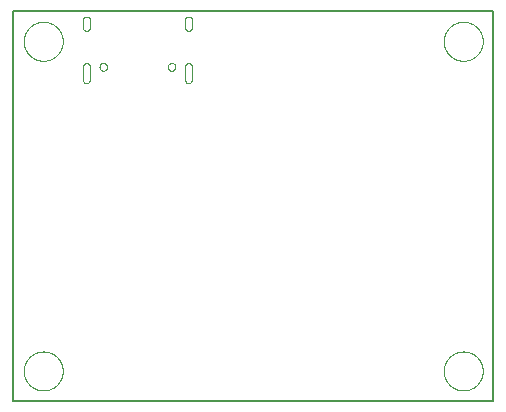
<source format=gko>
G75*
%MOIN*%
%OFA0B0*%
%FSLAX25Y25*%
%IPPOS*%
%LPD*%
%AMOC8*
5,1,8,0,0,1.08239X$1,22.5*
%
%ADD10C,0.00800*%
%ADD11C,0.00000*%
%ADD12C,0.00039*%
D10*
X0153333Y0075000D02*
X0313333Y0075000D01*
X0313333Y0204900D01*
X0153333Y0204900D01*
X0153333Y0075000D01*
D11*
X0156833Y0085000D02*
X0156835Y0085161D01*
X0156841Y0085321D01*
X0156851Y0085482D01*
X0156865Y0085642D01*
X0156883Y0085802D01*
X0156904Y0085961D01*
X0156930Y0086120D01*
X0156960Y0086278D01*
X0156993Y0086435D01*
X0157031Y0086592D01*
X0157072Y0086747D01*
X0157117Y0086901D01*
X0157166Y0087054D01*
X0157219Y0087206D01*
X0157275Y0087357D01*
X0157336Y0087506D01*
X0157399Y0087654D01*
X0157467Y0087800D01*
X0157538Y0087944D01*
X0157612Y0088086D01*
X0157690Y0088227D01*
X0157772Y0088365D01*
X0157857Y0088502D01*
X0157945Y0088636D01*
X0158037Y0088768D01*
X0158132Y0088898D01*
X0158230Y0089026D01*
X0158331Y0089151D01*
X0158435Y0089273D01*
X0158542Y0089393D01*
X0158652Y0089510D01*
X0158765Y0089625D01*
X0158881Y0089736D01*
X0159000Y0089845D01*
X0159121Y0089950D01*
X0159245Y0090053D01*
X0159371Y0090153D01*
X0159499Y0090249D01*
X0159630Y0090342D01*
X0159764Y0090432D01*
X0159899Y0090519D01*
X0160037Y0090602D01*
X0160176Y0090682D01*
X0160318Y0090758D01*
X0160461Y0090831D01*
X0160606Y0090900D01*
X0160753Y0090966D01*
X0160901Y0091028D01*
X0161051Y0091086D01*
X0161202Y0091141D01*
X0161355Y0091192D01*
X0161509Y0091239D01*
X0161664Y0091282D01*
X0161820Y0091321D01*
X0161976Y0091357D01*
X0162134Y0091388D01*
X0162292Y0091416D01*
X0162451Y0091440D01*
X0162611Y0091460D01*
X0162771Y0091476D01*
X0162931Y0091488D01*
X0163092Y0091496D01*
X0163253Y0091500D01*
X0163413Y0091500D01*
X0163574Y0091496D01*
X0163735Y0091488D01*
X0163895Y0091476D01*
X0164055Y0091460D01*
X0164215Y0091440D01*
X0164374Y0091416D01*
X0164532Y0091388D01*
X0164690Y0091357D01*
X0164846Y0091321D01*
X0165002Y0091282D01*
X0165157Y0091239D01*
X0165311Y0091192D01*
X0165464Y0091141D01*
X0165615Y0091086D01*
X0165765Y0091028D01*
X0165913Y0090966D01*
X0166060Y0090900D01*
X0166205Y0090831D01*
X0166348Y0090758D01*
X0166490Y0090682D01*
X0166629Y0090602D01*
X0166767Y0090519D01*
X0166902Y0090432D01*
X0167036Y0090342D01*
X0167167Y0090249D01*
X0167295Y0090153D01*
X0167421Y0090053D01*
X0167545Y0089950D01*
X0167666Y0089845D01*
X0167785Y0089736D01*
X0167901Y0089625D01*
X0168014Y0089510D01*
X0168124Y0089393D01*
X0168231Y0089273D01*
X0168335Y0089151D01*
X0168436Y0089026D01*
X0168534Y0088898D01*
X0168629Y0088768D01*
X0168721Y0088636D01*
X0168809Y0088502D01*
X0168894Y0088365D01*
X0168976Y0088227D01*
X0169054Y0088086D01*
X0169128Y0087944D01*
X0169199Y0087800D01*
X0169267Y0087654D01*
X0169330Y0087506D01*
X0169391Y0087357D01*
X0169447Y0087206D01*
X0169500Y0087054D01*
X0169549Y0086901D01*
X0169594Y0086747D01*
X0169635Y0086592D01*
X0169673Y0086435D01*
X0169706Y0086278D01*
X0169736Y0086120D01*
X0169762Y0085961D01*
X0169783Y0085802D01*
X0169801Y0085642D01*
X0169815Y0085482D01*
X0169825Y0085321D01*
X0169831Y0085161D01*
X0169833Y0085000D01*
X0169831Y0084839D01*
X0169825Y0084679D01*
X0169815Y0084518D01*
X0169801Y0084358D01*
X0169783Y0084198D01*
X0169762Y0084039D01*
X0169736Y0083880D01*
X0169706Y0083722D01*
X0169673Y0083565D01*
X0169635Y0083408D01*
X0169594Y0083253D01*
X0169549Y0083099D01*
X0169500Y0082946D01*
X0169447Y0082794D01*
X0169391Y0082643D01*
X0169330Y0082494D01*
X0169267Y0082346D01*
X0169199Y0082200D01*
X0169128Y0082056D01*
X0169054Y0081914D01*
X0168976Y0081773D01*
X0168894Y0081635D01*
X0168809Y0081498D01*
X0168721Y0081364D01*
X0168629Y0081232D01*
X0168534Y0081102D01*
X0168436Y0080974D01*
X0168335Y0080849D01*
X0168231Y0080727D01*
X0168124Y0080607D01*
X0168014Y0080490D01*
X0167901Y0080375D01*
X0167785Y0080264D01*
X0167666Y0080155D01*
X0167545Y0080050D01*
X0167421Y0079947D01*
X0167295Y0079847D01*
X0167167Y0079751D01*
X0167036Y0079658D01*
X0166902Y0079568D01*
X0166767Y0079481D01*
X0166629Y0079398D01*
X0166490Y0079318D01*
X0166348Y0079242D01*
X0166205Y0079169D01*
X0166060Y0079100D01*
X0165913Y0079034D01*
X0165765Y0078972D01*
X0165615Y0078914D01*
X0165464Y0078859D01*
X0165311Y0078808D01*
X0165157Y0078761D01*
X0165002Y0078718D01*
X0164846Y0078679D01*
X0164690Y0078643D01*
X0164532Y0078612D01*
X0164374Y0078584D01*
X0164215Y0078560D01*
X0164055Y0078540D01*
X0163895Y0078524D01*
X0163735Y0078512D01*
X0163574Y0078504D01*
X0163413Y0078500D01*
X0163253Y0078500D01*
X0163092Y0078504D01*
X0162931Y0078512D01*
X0162771Y0078524D01*
X0162611Y0078540D01*
X0162451Y0078560D01*
X0162292Y0078584D01*
X0162134Y0078612D01*
X0161976Y0078643D01*
X0161820Y0078679D01*
X0161664Y0078718D01*
X0161509Y0078761D01*
X0161355Y0078808D01*
X0161202Y0078859D01*
X0161051Y0078914D01*
X0160901Y0078972D01*
X0160753Y0079034D01*
X0160606Y0079100D01*
X0160461Y0079169D01*
X0160318Y0079242D01*
X0160176Y0079318D01*
X0160037Y0079398D01*
X0159899Y0079481D01*
X0159764Y0079568D01*
X0159630Y0079658D01*
X0159499Y0079751D01*
X0159371Y0079847D01*
X0159245Y0079947D01*
X0159121Y0080050D01*
X0159000Y0080155D01*
X0158881Y0080264D01*
X0158765Y0080375D01*
X0158652Y0080490D01*
X0158542Y0080607D01*
X0158435Y0080727D01*
X0158331Y0080849D01*
X0158230Y0080974D01*
X0158132Y0081102D01*
X0158037Y0081232D01*
X0157945Y0081364D01*
X0157857Y0081498D01*
X0157772Y0081635D01*
X0157690Y0081773D01*
X0157612Y0081914D01*
X0157538Y0082056D01*
X0157467Y0082200D01*
X0157399Y0082346D01*
X0157336Y0082494D01*
X0157275Y0082643D01*
X0157219Y0082794D01*
X0157166Y0082946D01*
X0157117Y0083099D01*
X0157072Y0083253D01*
X0157031Y0083408D01*
X0156993Y0083565D01*
X0156960Y0083722D01*
X0156930Y0083880D01*
X0156904Y0084039D01*
X0156883Y0084198D01*
X0156865Y0084358D01*
X0156851Y0084518D01*
X0156841Y0084679D01*
X0156835Y0084839D01*
X0156833Y0085000D01*
X0296833Y0085000D02*
X0296835Y0085161D01*
X0296841Y0085321D01*
X0296851Y0085482D01*
X0296865Y0085642D01*
X0296883Y0085802D01*
X0296904Y0085961D01*
X0296930Y0086120D01*
X0296960Y0086278D01*
X0296993Y0086435D01*
X0297031Y0086592D01*
X0297072Y0086747D01*
X0297117Y0086901D01*
X0297166Y0087054D01*
X0297219Y0087206D01*
X0297275Y0087357D01*
X0297336Y0087506D01*
X0297399Y0087654D01*
X0297467Y0087800D01*
X0297538Y0087944D01*
X0297612Y0088086D01*
X0297690Y0088227D01*
X0297772Y0088365D01*
X0297857Y0088502D01*
X0297945Y0088636D01*
X0298037Y0088768D01*
X0298132Y0088898D01*
X0298230Y0089026D01*
X0298331Y0089151D01*
X0298435Y0089273D01*
X0298542Y0089393D01*
X0298652Y0089510D01*
X0298765Y0089625D01*
X0298881Y0089736D01*
X0299000Y0089845D01*
X0299121Y0089950D01*
X0299245Y0090053D01*
X0299371Y0090153D01*
X0299499Y0090249D01*
X0299630Y0090342D01*
X0299764Y0090432D01*
X0299899Y0090519D01*
X0300037Y0090602D01*
X0300176Y0090682D01*
X0300318Y0090758D01*
X0300461Y0090831D01*
X0300606Y0090900D01*
X0300753Y0090966D01*
X0300901Y0091028D01*
X0301051Y0091086D01*
X0301202Y0091141D01*
X0301355Y0091192D01*
X0301509Y0091239D01*
X0301664Y0091282D01*
X0301820Y0091321D01*
X0301976Y0091357D01*
X0302134Y0091388D01*
X0302292Y0091416D01*
X0302451Y0091440D01*
X0302611Y0091460D01*
X0302771Y0091476D01*
X0302931Y0091488D01*
X0303092Y0091496D01*
X0303253Y0091500D01*
X0303413Y0091500D01*
X0303574Y0091496D01*
X0303735Y0091488D01*
X0303895Y0091476D01*
X0304055Y0091460D01*
X0304215Y0091440D01*
X0304374Y0091416D01*
X0304532Y0091388D01*
X0304690Y0091357D01*
X0304846Y0091321D01*
X0305002Y0091282D01*
X0305157Y0091239D01*
X0305311Y0091192D01*
X0305464Y0091141D01*
X0305615Y0091086D01*
X0305765Y0091028D01*
X0305913Y0090966D01*
X0306060Y0090900D01*
X0306205Y0090831D01*
X0306348Y0090758D01*
X0306490Y0090682D01*
X0306629Y0090602D01*
X0306767Y0090519D01*
X0306902Y0090432D01*
X0307036Y0090342D01*
X0307167Y0090249D01*
X0307295Y0090153D01*
X0307421Y0090053D01*
X0307545Y0089950D01*
X0307666Y0089845D01*
X0307785Y0089736D01*
X0307901Y0089625D01*
X0308014Y0089510D01*
X0308124Y0089393D01*
X0308231Y0089273D01*
X0308335Y0089151D01*
X0308436Y0089026D01*
X0308534Y0088898D01*
X0308629Y0088768D01*
X0308721Y0088636D01*
X0308809Y0088502D01*
X0308894Y0088365D01*
X0308976Y0088227D01*
X0309054Y0088086D01*
X0309128Y0087944D01*
X0309199Y0087800D01*
X0309267Y0087654D01*
X0309330Y0087506D01*
X0309391Y0087357D01*
X0309447Y0087206D01*
X0309500Y0087054D01*
X0309549Y0086901D01*
X0309594Y0086747D01*
X0309635Y0086592D01*
X0309673Y0086435D01*
X0309706Y0086278D01*
X0309736Y0086120D01*
X0309762Y0085961D01*
X0309783Y0085802D01*
X0309801Y0085642D01*
X0309815Y0085482D01*
X0309825Y0085321D01*
X0309831Y0085161D01*
X0309833Y0085000D01*
X0309831Y0084839D01*
X0309825Y0084679D01*
X0309815Y0084518D01*
X0309801Y0084358D01*
X0309783Y0084198D01*
X0309762Y0084039D01*
X0309736Y0083880D01*
X0309706Y0083722D01*
X0309673Y0083565D01*
X0309635Y0083408D01*
X0309594Y0083253D01*
X0309549Y0083099D01*
X0309500Y0082946D01*
X0309447Y0082794D01*
X0309391Y0082643D01*
X0309330Y0082494D01*
X0309267Y0082346D01*
X0309199Y0082200D01*
X0309128Y0082056D01*
X0309054Y0081914D01*
X0308976Y0081773D01*
X0308894Y0081635D01*
X0308809Y0081498D01*
X0308721Y0081364D01*
X0308629Y0081232D01*
X0308534Y0081102D01*
X0308436Y0080974D01*
X0308335Y0080849D01*
X0308231Y0080727D01*
X0308124Y0080607D01*
X0308014Y0080490D01*
X0307901Y0080375D01*
X0307785Y0080264D01*
X0307666Y0080155D01*
X0307545Y0080050D01*
X0307421Y0079947D01*
X0307295Y0079847D01*
X0307167Y0079751D01*
X0307036Y0079658D01*
X0306902Y0079568D01*
X0306767Y0079481D01*
X0306629Y0079398D01*
X0306490Y0079318D01*
X0306348Y0079242D01*
X0306205Y0079169D01*
X0306060Y0079100D01*
X0305913Y0079034D01*
X0305765Y0078972D01*
X0305615Y0078914D01*
X0305464Y0078859D01*
X0305311Y0078808D01*
X0305157Y0078761D01*
X0305002Y0078718D01*
X0304846Y0078679D01*
X0304690Y0078643D01*
X0304532Y0078612D01*
X0304374Y0078584D01*
X0304215Y0078560D01*
X0304055Y0078540D01*
X0303895Y0078524D01*
X0303735Y0078512D01*
X0303574Y0078504D01*
X0303413Y0078500D01*
X0303253Y0078500D01*
X0303092Y0078504D01*
X0302931Y0078512D01*
X0302771Y0078524D01*
X0302611Y0078540D01*
X0302451Y0078560D01*
X0302292Y0078584D01*
X0302134Y0078612D01*
X0301976Y0078643D01*
X0301820Y0078679D01*
X0301664Y0078718D01*
X0301509Y0078761D01*
X0301355Y0078808D01*
X0301202Y0078859D01*
X0301051Y0078914D01*
X0300901Y0078972D01*
X0300753Y0079034D01*
X0300606Y0079100D01*
X0300461Y0079169D01*
X0300318Y0079242D01*
X0300176Y0079318D01*
X0300037Y0079398D01*
X0299899Y0079481D01*
X0299764Y0079568D01*
X0299630Y0079658D01*
X0299499Y0079751D01*
X0299371Y0079847D01*
X0299245Y0079947D01*
X0299121Y0080050D01*
X0299000Y0080155D01*
X0298881Y0080264D01*
X0298765Y0080375D01*
X0298652Y0080490D01*
X0298542Y0080607D01*
X0298435Y0080727D01*
X0298331Y0080849D01*
X0298230Y0080974D01*
X0298132Y0081102D01*
X0298037Y0081232D01*
X0297945Y0081364D01*
X0297857Y0081498D01*
X0297772Y0081635D01*
X0297690Y0081773D01*
X0297612Y0081914D01*
X0297538Y0082056D01*
X0297467Y0082200D01*
X0297399Y0082346D01*
X0297336Y0082494D01*
X0297275Y0082643D01*
X0297219Y0082794D01*
X0297166Y0082946D01*
X0297117Y0083099D01*
X0297072Y0083253D01*
X0297031Y0083408D01*
X0296993Y0083565D01*
X0296960Y0083722D01*
X0296930Y0083880D01*
X0296904Y0084039D01*
X0296883Y0084198D01*
X0296865Y0084358D01*
X0296851Y0084518D01*
X0296841Y0084679D01*
X0296835Y0084839D01*
X0296833Y0085000D01*
X0204831Y0186389D02*
X0204833Y0186460D01*
X0204839Y0186531D01*
X0204849Y0186602D01*
X0204863Y0186671D01*
X0204880Y0186740D01*
X0204902Y0186808D01*
X0204927Y0186875D01*
X0204956Y0186940D01*
X0204988Y0187003D01*
X0205024Y0187065D01*
X0205063Y0187124D01*
X0205106Y0187181D01*
X0205151Y0187236D01*
X0205200Y0187288D01*
X0205251Y0187337D01*
X0205305Y0187383D01*
X0205362Y0187427D01*
X0205420Y0187467D01*
X0205481Y0187503D01*
X0205544Y0187537D01*
X0205609Y0187566D01*
X0205675Y0187592D01*
X0205743Y0187615D01*
X0205811Y0187633D01*
X0205881Y0187648D01*
X0205951Y0187659D01*
X0206022Y0187666D01*
X0206093Y0187669D01*
X0206164Y0187668D01*
X0206235Y0187663D01*
X0206306Y0187654D01*
X0206376Y0187641D01*
X0206445Y0187625D01*
X0206513Y0187604D01*
X0206580Y0187580D01*
X0206646Y0187552D01*
X0206709Y0187520D01*
X0206771Y0187485D01*
X0206831Y0187447D01*
X0206889Y0187405D01*
X0206944Y0187361D01*
X0206997Y0187313D01*
X0207047Y0187262D01*
X0207094Y0187209D01*
X0207138Y0187153D01*
X0207179Y0187095D01*
X0207217Y0187034D01*
X0207251Y0186972D01*
X0207281Y0186907D01*
X0207308Y0186842D01*
X0207332Y0186774D01*
X0207351Y0186706D01*
X0207367Y0186637D01*
X0207379Y0186566D01*
X0207387Y0186496D01*
X0207391Y0186425D01*
X0207391Y0186353D01*
X0207387Y0186282D01*
X0207379Y0186212D01*
X0207367Y0186141D01*
X0207351Y0186072D01*
X0207332Y0186004D01*
X0207308Y0185936D01*
X0207281Y0185871D01*
X0207251Y0185806D01*
X0207217Y0185744D01*
X0207179Y0185683D01*
X0207138Y0185625D01*
X0207094Y0185569D01*
X0207047Y0185516D01*
X0206997Y0185465D01*
X0206944Y0185417D01*
X0206889Y0185373D01*
X0206831Y0185331D01*
X0206771Y0185293D01*
X0206709Y0185258D01*
X0206646Y0185226D01*
X0206580Y0185198D01*
X0206513Y0185174D01*
X0206445Y0185153D01*
X0206376Y0185137D01*
X0206306Y0185124D01*
X0206235Y0185115D01*
X0206164Y0185110D01*
X0206093Y0185109D01*
X0206022Y0185112D01*
X0205951Y0185119D01*
X0205881Y0185130D01*
X0205811Y0185145D01*
X0205743Y0185163D01*
X0205675Y0185186D01*
X0205609Y0185212D01*
X0205544Y0185241D01*
X0205481Y0185275D01*
X0205420Y0185311D01*
X0205362Y0185351D01*
X0205305Y0185395D01*
X0205251Y0185441D01*
X0205200Y0185490D01*
X0205151Y0185542D01*
X0205106Y0185597D01*
X0205063Y0185654D01*
X0205024Y0185713D01*
X0204988Y0185775D01*
X0204956Y0185838D01*
X0204927Y0185903D01*
X0204902Y0185970D01*
X0204880Y0186038D01*
X0204863Y0186107D01*
X0204849Y0186176D01*
X0204839Y0186247D01*
X0204833Y0186318D01*
X0204831Y0186389D01*
X0182075Y0186389D02*
X0182077Y0186460D01*
X0182083Y0186531D01*
X0182093Y0186602D01*
X0182107Y0186671D01*
X0182124Y0186740D01*
X0182146Y0186808D01*
X0182171Y0186875D01*
X0182200Y0186940D01*
X0182232Y0187003D01*
X0182268Y0187065D01*
X0182307Y0187124D01*
X0182350Y0187181D01*
X0182395Y0187236D01*
X0182444Y0187288D01*
X0182495Y0187337D01*
X0182549Y0187383D01*
X0182606Y0187427D01*
X0182664Y0187467D01*
X0182725Y0187503D01*
X0182788Y0187537D01*
X0182853Y0187566D01*
X0182919Y0187592D01*
X0182987Y0187615D01*
X0183055Y0187633D01*
X0183125Y0187648D01*
X0183195Y0187659D01*
X0183266Y0187666D01*
X0183337Y0187669D01*
X0183408Y0187668D01*
X0183479Y0187663D01*
X0183550Y0187654D01*
X0183620Y0187641D01*
X0183689Y0187625D01*
X0183757Y0187604D01*
X0183824Y0187580D01*
X0183890Y0187552D01*
X0183953Y0187520D01*
X0184015Y0187485D01*
X0184075Y0187447D01*
X0184133Y0187405D01*
X0184188Y0187361D01*
X0184241Y0187313D01*
X0184291Y0187262D01*
X0184338Y0187209D01*
X0184382Y0187153D01*
X0184423Y0187095D01*
X0184461Y0187034D01*
X0184495Y0186972D01*
X0184525Y0186907D01*
X0184552Y0186842D01*
X0184576Y0186774D01*
X0184595Y0186706D01*
X0184611Y0186637D01*
X0184623Y0186566D01*
X0184631Y0186496D01*
X0184635Y0186425D01*
X0184635Y0186353D01*
X0184631Y0186282D01*
X0184623Y0186212D01*
X0184611Y0186141D01*
X0184595Y0186072D01*
X0184576Y0186004D01*
X0184552Y0185936D01*
X0184525Y0185871D01*
X0184495Y0185806D01*
X0184461Y0185744D01*
X0184423Y0185683D01*
X0184382Y0185625D01*
X0184338Y0185569D01*
X0184291Y0185516D01*
X0184241Y0185465D01*
X0184188Y0185417D01*
X0184133Y0185373D01*
X0184075Y0185331D01*
X0184015Y0185293D01*
X0183953Y0185258D01*
X0183890Y0185226D01*
X0183824Y0185198D01*
X0183757Y0185174D01*
X0183689Y0185153D01*
X0183620Y0185137D01*
X0183550Y0185124D01*
X0183479Y0185115D01*
X0183408Y0185110D01*
X0183337Y0185109D01*
X0183266Y0185112D01*
X0183195Y0185119D01*
X0183125Y0185130D01*
X0183055Y0185145D01*
X0182987Y0185163D01*
X0182919Y0185186D01*
X0182853Y0185212D01*
X0182788Y0185241D01*
X0182725Y0185275D01*
X0182664Y0185311D01*
X0182606Y0185351D01*
X0182549Y0185395D01*
X0182495Y0185441D01*
X0182444Y0185490D01*
X0182395Y0185542D01*
X0182350Y0185597D01*
X0182307Y0185654D01*
X0182268Y0185713D01*
X0182232Y0185775D01*
X0182200Y0185838D01*
X0182171Y0185903D01*
X0182146Y0185970D01*
X0182124Y0186038D01*
X0182107Y0186107D01*
X0182093Y0186176D01*
X0182083Y0186247D01*
X0182077Y0186318D01*
X0182075Y0186389D01*
X0156833Y0194900D02*
X0156835Y0195061D01*
X0156841Y0195221D01*
X0156851Y0195382D01*
X0156865Y0195542D01*
X0156883Y0195702D01*
X0156904Y0195861D01*
X0156930Y0196020D01*
X0156960Y0196178D01*
X0156993Y0196335D01*
X0157031Y0196492D01*
X0157072Y0196647D01*
X0157117Y0196801D01*
X0157166Y0196954D01*
X0157219Y0197106D01*
X0157275Y0197257D01*
X0157336Y0197406D01*
X0157399Y0197554D01*
X0157467Y0197700D01*
X0157538Y0197844D01*
X0157612Y0197986D01*
X0157690Y0198127D01*
X0157772Y0198265D01*
X0157857Y0198402D01*
X0157945Y0198536D01*
X0158037Y0198668D01*
X0158132Y0198798D01*
X0158230Y0198926D01*
X0158331Y0199051D01*
X0158435Y0199173D01*
X0158542Y0199293D01*
X0158652Y0199410D01*
X0158765Y0199525D01*
X0158881Y0199636D01*
X0159000Y0199745D01*
X0159121Y0199850D01*
X0159245Y0199953D01*
X0159371Y0200053D01*
X0159499Y0200149D01*
X0159630Y0200242D01*
X0159764Y0200332D01*
X0159899Y0200419D01*
X0160037Y0200502D01*
X0160176Y0200582D01*
X0160318Y0200658D01*
X0160461Y0200731D01*
X0160606Y0200800D01*
X0160753Y0200866D01*
X0160901Y0200928D01*
X0161051Y0200986D01*
X0161202Y0201041D01*
X0161355Y0201092D01*
X0161509Y0201139D01*
X0161664Y0201182D01*
X0161820Y0201221D01*
X0161976Y0201257D01*
X0162134Y0201288D01*
X0162292Y0201316D01*
X0162451Y0201340D01*
X0162611Y0201360D01*
X0162771Y0201376D01*
X0162931Y0201388D01*
X0163092Y0201396D01*
X0163253Y0201400D01*
X0163413Y0201400D01*
X0163574Y0201396D01*
X0163735Y0201388D01*
X0163895Y0201376D01*
X0164055Y0201360D01*
X0164215Y0201340D01*
X0164374Y0201316D01*
X0164532Y0201288D01*
X0164690Y0201257D01*
X0164846Y0201221D01*
X0165002Y0201182D01*
X0165157Y0201139D01*
X0165311Y0201092D01*
X0165464Y0201041D01*
X0165615Y0200986D01*
X0165765Y0200928D01*
X0165913Y0200866D01*
X0166060Y0200800D01*
X0166205Y0200731D01*
X0166348Y0200658D01*
X0166490Y0200582D01*
X0166629Y0200502D01*
X0166767Y0200419D01*
X0166902Y0200332D01*
X0167036Y0200242D01*
X0167167Y0200149D01*
X0167295Y0200053D01*
X0167421Y0199953D01*
X0167545Y0199850D01*
X0167666Y0199745D01*
X0167785Y0199636D01*
X0167901Y0199525D01*
X0168014Y0199410D01*
X0168124Y0199293D01*
X0168231Y0199173D01*
X0168335Y0199051D01*
X0168436Y0198926D01*
X0168534Y0198798D01*
X0168629Y0198668D01*
X0168721Y0198536D01*
X0168809Y0198402D01*
X0168894Y0198265D01*
X0168976Y0198127D01*
X0169054Y0197986D01*
X0169128Y0197844D01*
X0169199Y0197700D01*
X0169267Y0197554D01*
X0169330Y0197406D01*
X0169391Y0197257D01*
X0169447Y0197106D01*
X0169500Y0196954D01*
X0169549Y0196801D01*
X0169594Y0196647D01*
X0169635Y0196492D01*
X0169673Y0196335D01*
X0169706Y0196178D01*
X0169736Y0196020D01*
X0169762Y0195861D01*
X0169783Y0195702D01*
X0169801Y0195542D01*
X0169815Y0195382D01*
X0169825Y0195221D01*
X0169831Y0195061D01*
X0169833Y0194900D01*
X0169831Y0194739D01*
X0169825Y0194579D01*
X0169815Y0194418D01*
X0169801Y0194258D01*
X0169783Y0194098D01*
X0169762Y0193939D01*
X0169736Y0193780D01*
X0169706Y0193622D01*
X0169673Y0193465D01*
X0169635Y0193308D01*
X0169594Y0193153D01*
X0169549Y0192999D01*
X0169500Y0192846D01*
X0169447Y0192694D01*
X0169391Y0192543D01*
X0169330Y0192394D01*
X0169267Y0192246D01*
X0169199Y0192100D01*
X0169128Y0191956D01*
X0169054Y0191814D01*
X0168976Y0191673D01*
X0168894Y0191535D01*
X0168809Y0191398D01*
X0168721Y0191264D01*
X0168629Y0191132D01*
X0168534Y0191002D01*
X0168436Y0190874D01*
X0168335Y0190749D01*
X0168231Y0190627D01*
X0168124Y0190507D01*
X0168014Y0190390D01*
X0167901Y0190275D01*
X0167785Y0190164D01*
X0167666Y0190055D01*
X0167545Y0189950D01*
X0167421Y0189847D01*
X0167295Y0189747D01*
X0167167Y0189651D01*
X0167036Y0189558D01*
X0166902Y0189468D01*
X0166767Y0189381D01*
X0166629Y0189298D01*
X0166490Y0189218D01*
X0166348Y0189142D01*
X0166205Y0189069D01*
X0166060Y0189000D01*
X0165913Y0188934D01*
X0165765Y0188872D01*
X0165615Y0188814D01*
X0165464Y0188759D01*
X0165311Y0188708D01*
X0165157Y0188661D01*
X0165002Y0188618D01*
X0164846Y0188579D01*
X0164690Y0188543D01*
X0164532Y0188512D01*
X0164374Y0188484D01*
X0164215Y0188460D01*
X0164055Y0188440D01*
X0163895Y0188424D01*
X0163735Y0188412D01*
X0163574Y0188404D01*
X0163413Y0188400D01*
X0163253Y0188400D01*
X0163092Y0188404D01*
X0162931Y0188412D01*
X0162771Y0188424D01*
X0162611Y0188440D01*
X0162451Y0188460D01*
X0162292Y0188484D01*
X0162134Y0188512D01*
X0161976Y0188543D01*
X0161820Y0188579D01*
X0161664Y0188618D01*
X0161509Y0188661D01*
X0161355Y0188708D01*
X0161202Y0188759D01*
X0161051Y0188814D01*
X0160901Y0188872D01*
X0160753Y0188934D01*
X0160606Y0189000D01*
X0160461Y0189069D01*
X0160318Y0189142D01*
X0160176Y0189218D01*
X0160037Y0189298D01*
X0159899Y0189381D01*
X0159764Y0189468D01*
X0159630Y0189558D01*
X0159499Y0189651D01*
X0159371Y0189747D01*
X0159245Y0189847D01*
X0159121Y0189950D01*
X0159000Y0190055D01*
X0158881Y0190164D01*
X0158765Y0190275D01*
X0158652Y0190390D01*
X0158542Y0190507D01*
X0158435Y0190627D01*
X0158331Y0190749D01*
X0158230Y0190874D01*
X0158132Y0191002D01*
X0158037Y0191132D01*
X0157945Y0191264D01*
X0157857Y0191398D01*
X0157772Y0191535D01*
X0157690Y0191673D01*
X0157612Y0191814D01*
X0157538Y0191956D01*
X0157467Y0192100D01*
X0157399Y0192246D01*
X0157336Y0192394D01*
X0157275Y0192543D01*
X0157219Y0192694D01*
X0157166Y0192846D01*
X0157117Y0192999D01*
X0157072Y0193153D01*
X0157031Y0193308D01*
X0156993Y0193465D01*
X0156960Y0193622D01*
X0156930Y0193780D01*
X0156904Y0193939D01*
X0156883Y0194098D01*
X0156865Y0194258D01*
X0156851Y0194418D01*
X0156841Y0194579D01*
X0156835Y0194739D01*
X0156833Y0194900D01*
X0296833Y0194900D02*
X0296835Y0195061D01*
X0296841Y0195221D01*
X0296851Y0195382D01*
X0296865Y0195542D01*
X0296883Y0195702D01*
X0296904Y0195861D01*
X0296930Y0196020D01*
X0296960Y0196178D01*
X0296993Y0196335D01*
X0297031Y0196492D01*
X0297072Y0196647D01*
X0297117Y0196801D01*
X0297166Y0196954D01*
X0297219Y0197106D01*
X0297275Y0197257D01*
X0297336Y0197406D01*
X0297399Y0197554D01*
X0297467Y0197700D01*
X0297538Y0197844D01*
X0297612Y0197986D01*
X0297690Y0198127D01*
X0297772Y0198265D01*
X0297857Y0198402D01*
X0297945Y0198536D01*
X0298037Y0198668D01*
X0298132Y0198798D01*
X0298230Y0198926D01*
X0298331Y0199051D01*
X0298435Y0199173D01*
X0298542Y0199293D01*
X0298652Y0199410D01*
X0298765Y0199525D01*
X0298881Y0199636D01*
X0299000Y0199745D01*
X0299121Y0199850D01*
X0299245Y0199953D01*
X0299371Y0200053D01*
X0299499Y0200149D01*
X0299630Y0200242D01*
X0299764Y0200332D01*
X0299899Y0200419D01*
X0300037Y0200502D01*
X0300176Y0200582D01*
X0300318Y0200658D01*
X0300461Y0200731D01*
X0300606Y0200800D01*
X0300753Y0200866D01*
X0300901Y0200928D01*
X0301051Y0200986D01*
X0301202Y0201041D01*
X0301355Y0201092D01*
X0301509Y0201139D01*
X0301664Y0201182D01*
X0301820Y0201221D01*
X0301976Y0201257D01*
X0302134Y0201288D01*
X0302292Y0201316D01*
X0302451Y0201340D01*
X0302611Y0201360D01*
X0302771Y0201376D01*
X0302931Y0201388D01*
X0303092Y0201396D01*
X0303253Y0201400D01*
X0303413Y0201400D01*
X0303574Y0201396D01*
X0303735Y0201388D01*
X0303895Y0201376D01*
X0304055Y0201360D01*
X0304215Y0201340D01*
X0304374Y0201316D01*
X0304532Y0201288D01*
X0304690Y0201257D01*
X0304846Y0201221D01*
X0305002Y0201182D01*
X0305157Y0201139D01*
X0305311Y0201092D01*
X0305464Y0201041D01*
X0305615Y0200986D01*
X0305765Y0200928D01*
X0305913Y0200866D01*
X0306060Y0200800D01*
X0306205Y0200731D01*
X0306348Y0200658D01*
X0306490Y0200582D01*
X0306629Y0200502D01*
X0306767Y0200419D01*
X0306902Y0200332D01*
X0307036Y0200242D01*
X0307167Y0200149D01*
X0307295Y0200053D01*
X0307421Y0199953D01*
X0307545Y0199850D01*
X0307666Y0199745D01*
X0307785Y0199636D01*
X0307901Y0199525D01*
X0308014Y0199410D01*
X0308124Y0199293D01*
X0308231Y0199173D01*
X0308335Y0199051D01*
X0308436Y0198926D01*
X0308534Y0198798D01*
X0308629Y0198668D01*
X0308721Y0198536D01*
X0308809Y0198402D01*
X0308894Y0198265D01*
X0308976Y0198127D01*
X0309054Y0197986D01*
X0309128Y0197844D01*
X0309199Y0197700D01*
X0309267Y0197554D01*
X0309330Y0197406D01*
X0309391Y0197257D01*
X0309447Y0197106D01*
X0309500Y0196954D01*
X0309549Y0196801D01*
X0309594Y0196647D01*
X0309635Y0196492D01*
X0309673Y0196335D01*
X0309706Y0196178D01*
X0309736Y0196020D01*
X0309762Y0195861D01*
X0309783Y0195702D01*
X0309801Y0195542D01*
X0309815Y0195382D01*
X0309825Y0195221D01*
X0309831Y0195061D01*
X0309833Y0194900D01*
X0309831Y0194739D01*
X0309825Y0194579D01*
X0309815Y0194418D01*
X0309801Y0194258D01*
X0309783Y0194098D01*
X0309762Y0193939D01*
X0309736Y0193780D01*
X0309706Y0193622D01*
X0309673Y0193465D01*
X0309635Y0193308D01*
X0309594Y0193153D01*
X0309549Y0192999D01*
X0309500Y0192846D01*
X0309447Y0192694D01*
X0309391Y0192543D01*
X0309330Y0192394D01*
X0309267Y0192246D01*
X0309199Y0192100D01*
X0309128Y0191956D01*
X0309054Y0191814D01*
X0308976Y0191673D01*
X0308894Y0191535D01*
X0308809Y0191398D01*
X0308721Y0191264D01*
X0308629Y0191132D01*
X0308534Y0191002D01*
X0308436Y0190874D01*
X0308335Y0190749D01*
X0308231Y0190627D01*
X0308124Y0190507D01*
X0308014Y0190390D01*
X0307901Y0190275D01*
X0307785Y0190164D01*
X0307666Y0190055D01*
X0307545Y0189950D01*
X0307421Y0189847D01*
X0307295Y0189747D01*
X0307167Y0189651D01*
X0307036Y0189558D01*
X0306902Y0189468D01*
X0306767Y0189381D01*
X0306629Y0189298D01*
X0306490Y0189218D01*
X0306348Y0189142D01*
X0306205Y0189069D01*
X0306060Y0189000D01*
X0305913Y0188934D01*
X0305765Y0188872D01*
X0305615Y0188814D01*
X0305464Y0188759D01*
X0305311Y0188708D01*
X0305157Y0188661D01*
X0305002Y0188618D01*
X0304846Y0188579D01*
X0304690Y0188543D01*
X0304532Y0188512D01*
X0304374Y0188484D01*
X0304215Y0188460D01*
X0304055Y0188440D01*
X0303895Y0188424D01*
X0303735Y0188412D01*
X0303574Y0188404D01*
X0303413Y0188400D01*
X0303253Y0188400D01*
X0303092Y0188404D01*
X0302931Y0188412D01*
X0302771Y0188424D01*
X0302611Y0188440D01*
X0302451Y0188460D01*
X0302292Y0188484D01*
X0302134Y0188512D01*
X0301976Y0188543D01*
X0301820Y0188579D01*
X0301664Y0188618D01*
X0301509Y0188661D01*
X0301355Y0188708D01*
X0301202Y0188759D01*
X0301051Y0188814D01*
X0300901Y0188872D01*
X0300753Y0188934D01*
X0300606Y0189000D01*
X0300461Y0189069D01*
X0300318Y0189142D01*
X0300176Y0189218D01*
X0300037Y0189298D01*
X0299899Y0189381D01*
X0299764Y0189468D01*
X0299630Y0189558D01*
X0299499Y0189651D01*
X0299371Y0189747D01*
X0299245Y0189847D01*
X0299121Y0189950D01*
X0299000Y0190055D01*
X0298881Y0190164D01*
X0298765Y0190275D01*
X0298652Y0190390D01*
X0298542Y0190507D01*
X0298435Y0190627D01*
X0298331Y0190749D01*
X0298230Y0190874D01*
X0298132Y0191002D01*
X0298037Y0191132D01*
X0297945Y0191264D01*
X0297857Y0191398D01*
X0297772Y0191535D01*
X0297690Y0191673D01*
X0297612Y0191814D01*
X0297538Y0191956D01*
X0297467Y0192100D01*
X0297399Y0192246D01*
X0297336Y0192394D01*
X0297275Y0192543D01*
X0297219Y0192694D01*
X0297166Y0192846D01*
X0297117Y0192999D01*
X0297072Y0193153D01*
X0297031Y0193308D01*
X0296993Y0193465D01*
X0296960Y0193622D01*
X0296930Y0193780D01*
X0296904Y0193939D01*
X0296883Y0194098D01*
X0296865Y0194258D01*
X0296851Y0194418D01*
X0296841Y0194579D01*
X0296835Y0194739D01*
X0296833Y0194900D01*
D12*
X0212922Y0199519D02*
X0212922Y0201960D01*
X0212922Y0199519D01*
X0212920Y0199452D01*
X0212914Y0199384D01*
X0212905Y0199318D01*
X0212891Y0199252D01*
X0212874Y0199186D01*
X0212853Y0199122D01*
X0212829Y0199059D01*
X0212801Y0198998D01*
X0212769Y0198938D01*
X0212735Y0198881D01*
X0212696Y0198825D01*
X0212655Y0198771D01*
X0212611Y0198720D01*
X0212564Y0198672D01*
X0212514Y0198626D01*
X0212462Y0198584D01*
X0212408Y0198544D01*
X0212351Y0198508D01*
X0212292Y0198474D01*
X0212232Y0198445D01*
X0212169Y0198418D01*
X0212106Y0198396D01*
X0212041Y0198377D01*
X0211976Y0198362D01*
X0211909Y0198350D01*
X0211842Y0198342D01*
X0211775Y0198338D01*
X0211707Y0198338D01*
X0211640Y0198342D01*
X0211573Y0198350D01*
X0211506Y0198362D01*
X0211441Y0198377D01*
X0211376Y0198396D01*
X0211313Y0198418D01*
X0211250Y0198445D01*
X0211190Y0198474D01*
X0211131Y0198508D01*
X0211074Y0198544D01*
X0211020Y0198584D01*
X0210968Y0198626D01*
X0210918Y0198672D01*
X0210871Y0198720D01*
X0210827Y0198771D01*
X0210786Y0198825D01*
X0210747Y0198881D01*
X0210713Y0198938D01*
X0210681Y0198998D01*
X0210653Y0199059D01*
X0210629Y0199122D01*
X0210608Y0199186D01*
X0210591Y0199252D01*
X0210577Y0199318D01*
X0210568Y0199384D01*
X0210562Y0199452D01*
X0210560Y0199519D01*
X0210560Y0201960D01*
X0210560Y0199519D01*
X0210562Y0199452D01*
X0210568Y0199384D01*
X0210577Y0199318D01*
X0210591Y0199252D01*
X0210608Y0199186D01*
X0210629Y0199122D01*
X0210653Y0199059D01*
X0210681Y0198998D01*
X0210713Y0198938D01*
X0210747Y0198881D01*
X0210786Y0198825D01*
X0210827Y0198771D01*
X0210871Y0198720D01*
X0210918Y0198672D01*
X0210968Y0198626D01*
X0211020Y0198584D01*
X0211074Y0198544D01*
X0211131Y0198508D01*
X0211190Y0198474D01*
X0211250Y0198445D01*
X0211313Y0198418D01*
X0211376Y0198396D01*
X0211441Y0198377D01*
X0211506Y0198362D01*
X0211573Y0198350D01*
X0211640Y0198342D01*
X0211707Y0198338D01*
X0211775Y0198338D01*
X0211842Y0198342D01*
X0211909Y0198350D01*
X0211976Y0198362D01*
X0212041Y0198377D01*
X0212106Y0198396D01*
X0212169Y0198418D01*
X0212232Y0198445D01*
X0212292Y0198474D01*
X0212351Y0198508D01*
X0212408Y0198544D01*
X0212462Y0198584D01*
X0212514Y0198626D01*
X0212564Y0198672D01*
X0212611Y0198720D01*
X0212655Y0198771D01*
X0212696Y0198825D01*
X0212735Y0198881D01*
X0212769Y0198938D01*
X0212801Y0198998D01*
X0212829Y0199059D01*
X0212853Y0199122D01*
X0212874Y0199186D01*
X0212891Y0199252D01*
X0212905Y0199318D01*
X0212914Y0199384D01*
X0212920Y0199452D01*
X0212922Y0199519D01*
X0212922Y0201960D02*
X0212920Y0202027D01*
X0212914Y0202095D01*
X0212905Y0202161D01*
X0212891Y0202227D01*
X0212874Y0202293D01*
X0212853Y0202357D01*
X0212829Y0202420D01*
X0212801Y0202481D01*
X0212769Y0202541D01*
X0212735Y0202598D01*
X0212696Y0202654D01*
X0212655Y0202708D01*
X0212611Y0202759D01*
X0212564Y0202807D01*
X0212514Y0202853D01*
X0212462Y0202895D01*
X0212408Y0202935D01*
X0212351Y0202971D01*
X0212292Y0203005D01*
X0212232Y0203034D01*
X0212169Y0203061D01*
X0212106Y0203083D01*
X0212041Y0203102D01*
X0211976Y0203117D01*
X0211909Y0203129D01*
X0211842Y0203137D01*
X0211775Y0203141D01*
X0211707Y0203141D01*
X0211640Y0203137D01*
X0211573Y0203129D01*
X0211506Y0203117D01*
X0211441Y0203102D01*
X0211376Y0203083D01*
X0211313Y0203061D01*
X0211250Y0203034D01*
X0211190Y0203005D01*
X0211131Y0202971D01*
X0211074Y0202935D01*
X0211020Y0202895D01*
X0210968Y0202853D01*
X0210918Y0202807D01*
X0210871Y0202759D01*
X0210827Y0202708D01*
X0210786Y0202654D01*
X0210747Y0202598D01*
X0210713Y0202541D01*
X0210681Y0202481D01*
X0210653Y0202420D01*
X0210629Y0202357D01*
X0210608Y0202293D01*
X0210591Y0202227D01*
X0210577Y0202161D01*
X0210568Y0202095D01*
X0210562Y0202027D01*
X0210560Y0201960D01*
X0210562Y0202027D01*
X0210568Y0202095D01*
X0210577Y0202161D01*
X0210591Y0202227D01*
X0210608Y0202293D01*
X0210629Y0202357D01*
X0210653Y0202420D01*
X0210681Y0202481D01*
X0210713Y0202541D01*
X0210747Y0202598D01*
X0210786Y0202654D01*
X0210827Y0202708D01*
X0210871Y0202759D01*
X0210918Y0202807D01*
X0210968Y0202853D01*
X0211020Y0202895D01*
X0211074Y0202935D01*
X0211131Y0202971D01*
X0211190Y0203005D01*
X0211250Y0203034D01*
X0211313Y0203061D01*
X0211376Y0203083D01*
X0211441Y0203102D01*
X0211506Y0203117D01*
X0211573Y0203129D01*
X0211640Y0203137D01*
X0211707Y0203141D01*
X0211775Y0203141D01*
X0211842Y0203137D01*
X0211909Y0203129D01*
X0211976Y0203117D01*
X0212041Y0203102D01*
X0212106Y0203083D01*
X0212169Y0203061D01*
X0212232Y0203034D01*
X0212292Y0203005D01*
X0212351Y0202971D01*
X0212408Y0202935D01*
X0212462Y0202895D01*
X0212514Y0202853D01*
X0212564Y0202807D01*
X0212611Y0202759D01*
X0212655Y0202708D01*
X0212696Y0202654D01*
X0212735Y0202598D01*
X0212769Y0202541D01*
X0212801Y0202481D01*
X0212829Y0202420D01*
X0212853Y0202357D01*
X0212874Y0202293D01*
X0212891Y0202227D01*
X0212905Y0202161D01*
X0212914Y0202095D01*
X0212920Y0202027D01*
X0212922Y0201960D01*
X0212922Y0186468D02*
X0212922Y0182137D01*
X0212922Y0186468D01*
X0212920Y0186535D01*
X0212914Y0186603D01*
X0212905Y0186669D01*
X0212891Y0186735D01*
X0212874Y0186801D01*
X0212853Y0186865D01*
X0212829Y0186928D01*
X0212801Y0186989D01*
X0212769Y0187049D01*
X0212735Y0187106D01*
X0212696Y0187162D01*
X0212655Y0187216D01*
X0212611Y0187267D01*
X0212564Y0187315D01*
X0212514Y0187361D01*
X0212462Y0187403D01*
X0212408Y0187443D01*
X0212351Y0187479D01*
X0212292Y0187513D01*
X0212232Y0187542D01*
X0212169Y0187569D01*
X0212106Y0187591D01*
X0212041Y0187610D01*
X0211976Y0187625D01*
X0211909Y0187637D01*
X0211842Y0187645D01*
X0211775Y0187649D01*
X0211707Y0187649D01*
X0211640Y0187645D01*
X0211573Y0187637D01*
X0211506Y0187625D01*
X0211441Y0187610D01*
X0211376Y0187591D01*
X0211313Y0187569D01*
X0211250Y0187542D01*
X0211190Y0187513D01*
X0211131Y0187479D01*
X0211074Y0187443D01*
X0211020Y0187403D01*
X0210968Y0187361D01*
X0210918Y0187315D01*
X0210871Y0187267D01*
X0210827Y0187216D01*
X0210786Y0187162D01*
X0210747Y0187106D01*
X0210713Y0187049D01*
X0210681Y0186989D01*
X0210653Y0186928D01*
X0210629Y0186865D01*
X0210608Y0186801D01*
X0210591Y0186735D01*
X0210577Y0186669D01*
X0210568Y0186603D01*
X0210562Y0186535D01*
X0210560Y0186468D01*
X0210560Y0182137D01*
X0210560Y0186468D01*
X0210562Y0186535D01*
X0210568Y0186603D01*
X0210577Y0186669D01*
X0210591Y0186735D01*
X0210608Y0186801D01*
X0210629Y0186865D01*
X0210653Y0186928D01*
X0210681Y0186989D01*
X0210713Y0187049D01*
X0210747Y0187106D01*
X0210786Y0187162D01*
X0210827Y0187216D01*
X0210871Y0187267D01*
X0210918Y0187315D01*
X0210968Y0187361D01*
X0211020Y0187403D01*
X0211074Y0187443D01*
X0211131Y0187479D01*
X0211190Y0187513D01*
X0211250Y0187542D01*
X0211313Y0187569D01*
X0211376Y0187591D01*
X0211441Y0187610D01*
X0211506Y0187625D01*
X0211573Y0187637D01*
X0211640Y0187645D01*
X0211707Y0187649D01*
X0211775Y0187649D01*
X0211842Y0187645D01*
X0211909Y0187637D01*
X0211976Y0187625D01*
X0212041Y0187610D01*
X0212106Y0187591D01*
X0212169Y0187569D01*
X0212232Y0187542D01*
X0212292Y0187513D01*
X0212351Y0187479D01*
X0212408Y0187443D01*
X0212462Y0187403D01*
X0212514Y0187361D01*
X0212564Y0187315D01*
X0212611Y0187267D01*
X0212655Y0187216D01*
X0212696Y0187162D01*
X0212735Y0187106D01*
X0212769Y0187049D01*
X0212801Y0186989D01*
X0212829Y0186928D01*
X0212853Y0186865D01*
X0212874Y0186801D01*
X0212891Y0186735D01*
X0212905Y0186669D01*
X0212914Y0186603D01*
X0212920Y0186535D01*
X0212922Y0186468D01*
X0212922Y0182137D02*
X0212920Y0182070D01*
X0212914Y0182002D01*
X0212905Y0181936D01*
X0212891Y0181870D01*
X0212874Y0181804D01*
X0212853Y0181740D01*
X0212829Y0181677D01*
X0212801Y0181616D01*
X0212769Y0181556D01*
X0212735Y0181499D01*
X0212696Y0181443D01*
X0212655Y0181389D01*
X0212611Y0181338D01*
X0212564Y0181290D01*
X0212514Y0181244D01*
X0212462Y0181202D01*
X0212408Y0181162D01*
X0212351Y0181126D01*
X0212292Y0181092D01*
X0212232Y0181063D01*
X0212169Y0181036D01*
X0212106Y0181014D01*
X0212041Y0180995D01*
X0211976Y0180980D01*
X0211909Y0180968D01*
X0211842Y0180960D01*
X0211775Y0180956D01*
X0211707Y0180956D01*
X0211640Y0180960D01*
X0211573Y0180968D01*
X0211506Y0180980D01*
X0211441Y0180995D01*
X0211376Y0181014D01*
X0211313Y0181036D01*
X0211250Y0181063D01*
X0211190Y0181092D01*
X0211131Y0181126D01*
X0211074Y0181162D01*
X0211020Y0181202D01*
X0210968Y0181244D01*
X0210918Y0181290D01*
X0210871Y0181338D01*
X0210827Y0181389D01*
X0210786Y0181443D01*
X0210747Y0181499D01*
X0210713Y0181556D01*
X0210681Y0181616D01*
X0210653Y0181677D01*
X0210629Y0181740D01*
X0210608Y0181804D01*
X0210591Y0181870D01*
X0210577Y0181936D01*
X0210568Y0182002D01*
X0210562Y0182070D01*
X0210560Y0182137D01*
X0210562Y0182070D01*
X0210568Y0182002D01*
X0210577Y0181936D01*
X0210591Y0181870D01*
X0210608Y0181804D01*
X0210629Y0181740D01*
X0210653Y0181677D01*
X0210681Y0181616D01*
X0210713Y0181556D01*
X0210747Y0181499D01*
X0210786Y0181443D01*
X0210827Y0181389D01*
X0210871Y0181338D01*
X0210918Y0181290D01*
X0210968Y0181244D01*
X0211020Y0181202D01*
X0211074Y0181162D01*
X0211131Y0181126D01*
X0211190Y0181092D01*
X0211250Y0181063D01*
X0211313Y0181036D01*
X0211376Y0181014D01*
X0211441Y0180995D01*
X0211506Y0180980D01*
X0211573Y0180968D01*
X0211640Y0180960D01*
X0211707Y0180956D01*
X0211775Y0180956D01*
X0211842Y0180960D01*
X0211909Y0180968D01*
X0211976Y0180980D01*
X0212041Y0180995D01*
X0212106Y0181014D01*
X0212169Y0181036D01*
X0212232Y0181063D01*
X0212292Y0181092D01*
X0212351Y0181126D01*
X0212408Y0181162D01*
X0212462Y0181202D01*
X0212514Y0181244D01*
X0212564Y0181290D01*
X0212611Y0181338D01*
X0212655Y0181389D01*
X0212696Y0181443D01*
X0212735Y0181499D01*
X0212769Y0181556D01*
X0212801Y0181616D01*
X0212829Y0181677D01*
X0212853Y0181740D01*
X0212874Y0181804D01*
X0212891Y0181870D01*
X0212905Y0181936D01*
X0212914Y0182002D01*
X0212920Y0182070D01*
X0212922Y0182137D01*
X0178907Y0182137D02*
X0178907Y0186468D01*
X0178907Y0182137D01*
X0178906Y0182137D02*
X0178904Y0182070D01*
X0178898Y0182002D01*
X0178889Y0181936D01*
X0178875Y0181870D01*
X0178858Y0181804D01*
X0178837Y0181740D01*
X0178813Y0181677D01*
X0178785Y0181616D01*
X0178753Y0181556D01*
X0178719Y0181499D01*
X0178680Y0181443D01*
X0178639Y0181389D01*
X0178595Y0181338D01*
X0178548Y0181290D01*
X0178498Y0181244D01*
X0178446Y0181202D01*
X0178392Y0181162D01*
X0178335Y0181126D01*
X0178276Y0181092D01*
X0178216Y0181063D01*
X0178153Y0181036D01*
X0178090Y0181014D01*
X0178025Y0180995D01*
X0177960Y0180980D01*
X0177893Y0180968D01*
X0177826Y0180960D01*
X0177759Y0180956D01*
X0177691Y0180956D01*
X0177624Y0180960D01*
X0177557Y0180968D01*
X0177490Y0180980D01*
X0177425Y0180995D01*
X0177360Y0181014D01*
X0177297Y0181036D01*
X0177234Y0181063D01*
X0177174Y0181092D01*
X0177115Y0181126D01*
X0177058Y0181162D01*
X0177004Y0181202D01*
X0176952Y0181244D01*
X0176902Y0181290D01*
X0176855Y0181338D01*
X0176811Y0181389D01*
X0176770Y0181443D01*
X0176731Y0181499D01*
X0176697Y0181556D01*
X0176665Y0181616D01*
X0176637Y0181677D01*
X0176613Y0181740D01*
X0176592Y0181804D01*
X0176575Y0181870D01*
X0176561Y0181936D01*
X0176552Y0182002D01*
X0176546Y0182070D01*
X0176544Y0182137D01*
X0176544Y0186468D01*
X0176544Y0182137D01*
X0176546Y0182070D01*
X0176552Y0182002D01*
X0176561Y0181936D01*
X0176575Y0181870D01*
X0176592Y0181804D01*
X0176613Y0181740D01*
X0176637Y0181677D01*
X0176665Y0181616D01*
X0176697Y0181556D01*
X0176731Y0181499D01*
X0176770Y0181443D01*
X0176811Y0181389D01*
X0176855Y0181338D01*
X0176902Y0181290D01*
X0176952Y0181244D01*
X0177004Y0181202D01*
X0177058Y0181162D01*
X0177115Y0181126D01*
X0177174Y0181092D01*
X0177234Y0181063D01*
X0177297Y0181036D01*
X0177360Y0181014D01*
X0177425Y0180995D01*
X0177490Y0180980D01*
X0177557Y0180968D01*
X0177624Y0180960D01*
X0177691Y0180956D01*
X0177759Y0180956D01*
X0177826Y0180960D01*
X0177893Y0180968D01*
X0177960Y0180980D01*
X0178025Y0180995D01*
X0178090Y0181014D01*
X0178153Y0181036D01*
X0178216Y0181063D01*
X0178276Y0181092D01*
X0178335Y0181126D01*
X0178392Y0181162D01*
X0178446Y0181202D01*
X0178498Y0181244D01*
X0178548Y0181290D01*
X0178595Y0181338D01*
X0178639Y0181389D01*
X0178680Y0181443D01*
X0178719Y0181499D01*
X0178753Y0181556D01*
X0178785Y0181616D01*
X0178813Y0181677D01*
X0178837Y0181740D01*
X0178858Y0181804D01*
X0178875Y0181870D01*
X0178889Y0181936D01*
X0178898Y0182002D01*
X0178904Y0182070D01*
X0178906Y0182137D01*
X0178906Y0186468D02*
X0178904Y0186535D01*
X0178898Y0186603D01*
X0178889Y0186669D01*
X0178875Y0186735D01*
X0178858Y0186801D01*
X0178837Y0186865D01*
X0178813Y0186928D01*
X0178785Y0186989D01*
X0178753Y0187049D01*
X0178719Y0187106D01*
X0178680Y0187162D01*
X0178639Y0187216D01*
X0178595Y0187267D01*
X0178548Y0187315D01*
X0178498Y0187361D01*
X0178446Y0187403D01*
X0178392Y0187443D01*
X0178335Y0187479D01*
X0178276Y0187513D01*
X0178216Y0187542D01*
X0178153Y0187569D01*
X0178090Y0187591D01*
X0178025Y0187610D01*
X0177960Y0187625D01*
X0177893Y0187637D01*
X0177826Y0187645D01*
X0177759Y0187649D01*
X0177691Y0187649D01*
X0177624Y0187645D01*
X0177557Y0187637D01*
X0177490Y0187625D01*
X0177425Y0187610D01*
X0177360Y0187591D01*
X0177297Y0187569D01*
X0177234Y0187542D01*
X0177174Y0187513D01*
X0177115Y0187479D01*
X0177058Y0187443D01*
X0177004Y0187403D01*
X0176952Y0187361D01*
X0176902Y0187315D01*
X0176855Y0187267D01*
X0176811Y0187216D01*
X0176770Y0187162D01*
X0176731Y0187106D01*
X0176697Y0187049D01*
X0176665Y0186989D01*
X0176637Y0186928D01*
X0176613Y0186865D01*
X0176592Y0186801D01*
X0176575Y0186735D01*
X0176561Y0186669D01*
X0176552Y0186603D01*
X0176546Y0186535D01*
X0176544Y0186468D01*
X0176546Y0186535D01*
X0176552Y0186603D01*
X0176561Y0186669D01*
X0176575Y0186735D01*
X0176592Y0186801D01*
X0176613Y0186865D01*
X0176637Y0186928D01*
X0176665Y0186989D01*
X0176697Y0187049D01*
X0176731Y0187106D01*
X0176770Y0187162D01*
X0176811Y0187216D01*
X0176855Y0187267D01*
X0176902Y0187315D01*
X0176952Y0187361D01*
X0177004Y0187403D01*
X0177058Y0187443D01*
X0177115Y0187479D01*
X0177174Y0187513D01*
X0177234Y0187542D01*
X0177297Y0187569D01*
X0177360Y0187591D01*
X0177425Y0187610D01*
X0177490Y0187625D01*
X0177557Y0187637D01*
X0177624Y0187645D01*
X0177691Y0187649D01*
X0177759Y0187649D01*
X0177826Y0187645D01*
X0177893Y0187637D01*
X0177960Y0187625D01*
X0178025Y0187610D01*
X0178090Y0187591D01*
X0178153Y0187569D01*
X0178216Y0187542D01*
X0178276Y0187513D01*
X0178335Y0187479D01*
X0178392Y0187443D01*
X0178446Y0187403D01*
X0178498Y0187361D01*
X0178548Y0187315D01*
X0178595Y0187267D01*
X0178639Y0187216D01*
X0178680Y0187162D01*
X0178719Y0187106D01*
X0178753Y0187049D01*
X0178785Y0186989D01*
X0178813Y0186928D01*
X0178837Y0186865D01*
X0178858Y0186801D01*
X0178875Y0186735D01*
X0178889Y0186669D01*
X0178898Y0186603D01*
X0178904Y0186535D01*
X0178906Y0186468D01*
X0178907Y0199519D02*
X0178907Y0201960D01*
X0178907Y0199519D01*
X0178906Y0199519D02*
X0178904Y0199452D01*
X0178898Y0199384D01*
X0178889Y0199318D01*
X0178875Y0199252D01*
X0178858Y0199186D01*
X0178837Y0199122D01*
X0178813Y0199059D01*
X0178785Y0198998D01*
X0178753Y0198938D01*
X0178719Y0198881D01*
X0178680Y0198825D01*
X0178639Y0198771D01*
X0178595Y0198720D01*
X0178548Y0198672D01*
X0178498Y0198626D01*
X0178446Y0198584D01*
X0178392Y0198544D01*
X0178335Y0198508D01*
X0178276Y0198474D01*
X0178216Y0198445D01*
X0178153Y0198418D01*
X0178090Y0198396D01*
X0178025Y0198377D01*
X0177960Y0198362D01*
X0177893Y0198350D01*
X0177826Y0198342D01*
X0177759Y0198338D01*
X0177691Y0198338D01*
X0177624Y0198342D01*
X0177557Y0198350D01*
X0177490Y0198362D01*
X0177425Y0198377D01*
X0177360Y0198396D01*
X0177297Y0198418D01*
X0177234Y0198445D01*
X0177174Y0198474D01*
X0177115Y0198508D01*
X0177058Y0198544D01*
X0177004Y0198584D01*
X0176952Y0198626D01*
X0176902Y0198672D01*
X0176855Y0198720D01*
X0176811Y0198771D01*
X0176770Y0198825D01*
X0176731Y0198881D01*
X0176697Y0198938D01*
X0176665Y0198998D01*
X0176637Y0199059D01*
X0176613Y0199122D01*
X0176592Y0199186D01*
X0176575Y0199252D01*
X0176561Y0199318D01*
X0176552Y0199384D01*
X0176546Y0199452D01*
X0176544Y0199519D01*
X0176544Y0201960D01*
X0176544Y0199519D01*
X0176546Y0199452D01*
X0176552Y0199384D01*
X0176561Y0199318D01*
X0176575Y0199252D01*
X0176592Y0199186D01*
X0176613Y0199122D01*
X0176637Y0199059D01*
X0176665Y0198998D01*
X0176697Y0198938D01*
X0176731Y0198881D01*
X0176770Y0198825D01*
X0176811Y0198771D01*
X0176855Y0198720D01*
X0176902Y0198672D01*
X0176952Y0198626D01*
X0177004Y0198584D01*
X0177058Y0198544D01*
X0177115Y0198508D01*
X0177174Y0198474D01*
X0177234Y0198445D01*
X0177297Y0198418D01*
X0177360Y0198396D01*
X0177425Y0198377D01*
X0177490Y0198362D01*
X0177557Y0198350D01*
X0177624Y0198342D01*
X0177691Y0198338D01*
X0177759Y0198338D01*
X0177826Y0198342D01*
X0177893Y0198350D01*
X0177960Y0198362D01*
X0178025Y0198377D01*
X0178090Y0198396D01*
X0178153Y0198418D01*
X0178216Y0198445D01*
X0178276Y0198474D01*
X0178335Y0198508D01*
X0178392Y0198544D01*
X0178446Y0198584D01*
X0178498Y0198626D01*
X0178548Y0198672D01*
X0178595Y0198720D01*
X0178639Y0198771D01*
X0178680Y0198825D01*
X0178719Y0198881D01*
X0178753Y0198938D01*
X0178785Y0198998D01*
X0178813Y0199059D01*
X0178837Y0199122D01*
X0178858Y0199186D01*
X0178875Y0199252D01*
X0178889Y0199318D01*
X0178898Y0199384D01*
X0178904Y0199452D01*
X0178906Y0199519D01*
X0178906Y0201960D02*
X0178904Y0202027D01*
X0178898Y0202095D01*
X0178889Y0202161D01*
X0178875Y0202227D01*
X0178858Y0202293D01*
X0178837Y0202357D01*
X0178813Y0202420D01*
X0178785Y0202481D01*
X0178753Y0202541D01*
X0178719Y0202598D01*
X0178680Y0202654D01*
X0178639Y0202708D01*
X0178595Y0202759D01*
X0178548Y0202807D01*
X0178498Y0202853D01*
X0178446Y0202895D01*
X0178392Y0202935D01*
X0178335Y0202971D01*
X0178276Y0203005D01*
X0178216Y0203034D01*
X0178153Y0203061D01*
X0178090Y0203083D01*
X0178025Y0203102D01*
X0177960Y0203117D01*
X0177893Y0203129D01*
X0177826Y0203137D01*
X0177759Y0203141D01*
X0177691Y0203141D01*
X0177624Y0203137D01*
X0177557Y0203129D01*
X0177490Y0203117D01*
X0177425Y0203102D01*
X0177360Y0203083D01*
X0177297Y0203061D01*
X0177234Y0203034D01*
X0177174Y0203005D01*
X0177115Y0202971D01*
X0177058Y0202935D01*
X0177004Y0202895D01*
X0176952Y0202853D01*
X0176902Y0202807D01*
X0176855Y0202759D01*
X0176811Y0202708D01*
X0176770Y0202654D01*
X0176731Y0202598D01*
X0176697Y0202541D01*
X0176665Y0202481D01*
X0176637Y0202420D01*
X0176613Y0202357D01*
X0176592Y0202293D01*
X0176575Y0202227D01*
X0176561Y0202161D01*
X0176552Y0202095D01*
X0176546Y0202027D01*
X0176544Y0201960D01*
X0176546Y0202027D01*
X0176552Y0202095D01*
X0176561Y0202161D01*
X0176575Y0202227D01*
X0176592Y0202293D01*
X0176613Y0202357D01*
X0176637Y0202420D01*
X0176665Y0202481D01*
X0176697Y0202541D01*
X0176731Y0202598D01*
X0176770Y0202654D01*
X0176811Y0202708D01*
X0176855Y0202759D01*
X0176902Y0202807D01*
X0176952Y0202853D01*
X0177004Y0202895D01*
X0177058Y0202935D01*
X0177115Y0202971D01*
X0177174Y0203005D01*
X0177234Y0203034D01*
X0177297Y0203061D01*
X0177360Y0203083D01*
X0177425Y0203102D01*
X0177490Y0203117D01*
X0177557Y0203129D01*
X0177624Y0203137D01*
X0177691Y0203141D01*
X0177759Y0203141D01*
X0177826Y0203137D01*
X0177893Y0203129D01*
X0177960Y0203117D01*
X0178025Y0203102D01*
X0178090Y0203083D01*
X0178153Y0203061D01*
X0178216Y0203034D01*
X0178276Y0203005D01*
X0178335Y0202971D01*
X0178392Y0202935D01*
X0178446Y0202895D01*
X0178498Y0202853D01*
X0178548Y0202807D01*
X0178595Y0202759D01*
X0178639Y0202708D01*
X0178680Y0202654D01*
X0178719Y0202598D01*
X0178753Y0202541D01*
X0178785Y0202481D01*
X0178813Y0202420D01*
X0178837Y0202357D01*
X0178858Y0202293D01*
X0178875Y0202227D01*
X0178889Y0202161D01*
X0178898Y0202095D01*
X0178904Y0202027D01*
X0178906Y0201960D01*
M02*

</source>
